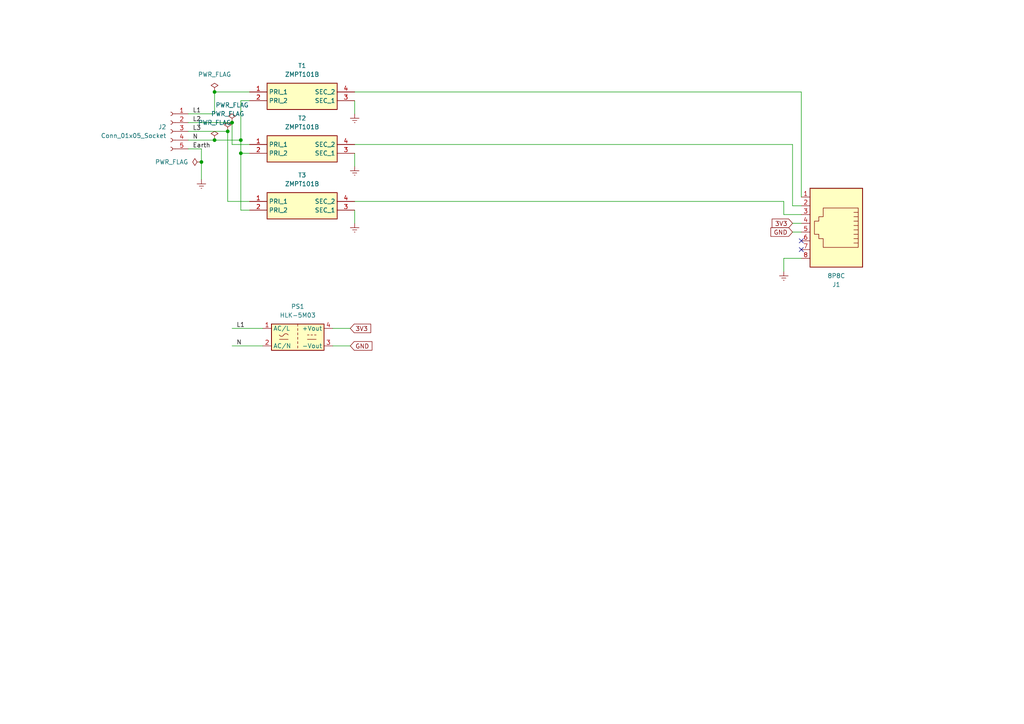
<source format=kicad_sch>
(kicad_sch (version 20230121) (generator eeschema)
  (paper "A4")
  (lib_symbols
    (symbol "Connector:8P8C" (pin_names (offset 1.016))
      (property "Reference" "J" (at -5.08 13.97 0))
      (property "Value" "8P8C" (at 2.54 13.97 0))
      (symbol "8P8C_0_1"
        (polyline (pts (xy -5.08 4.445) (xy -6.35 4.445)))
        (polyline (pts (xy -5.08 5.715) (xy -6.35 5.715)))
        (polyline (pts (xy -6.35 -3.175) (xy -5.08 -3.175) (xy -5.08 -3.175)))
        (polyline (pts (xy -6.35 -1.905) (xy -5.08 -1.905) (xy -5.08 -1.905)))
        (polyline (pts (xy -6.35 -0.635) (xy -5.08 -0.635) (xy -5.08 -0.635)))
        (polyline (pts (xy -6.35 0.635) (xy -5.08 0.635) (xy -5.08 0.635)))
        (polyline (pts (xy -6.35 1.905) (xy -5.08 1.905) (xy -5.08 1.905)))
        (polyline (pts (xy -5.08 3.175) (xy -6.35 3.175) (xy -6.35 3.175)))
        (polyline (pts (xy -6.35 -4.445) (xy -6.35 6.985) (xy 3.81 6.985) (xy 3.81 4.445) (xy 5.08 4.445) (xy 5.08 3.175) (xy 6.35 3.175) (xy 6.35 -0.635) (xy 5.08 -0.635) (xy 5.08 -1.905) (xy 3.81 -1.905) (xy 3.81 -4.445) (xy -6.35 -4.445) (xy -6.35 -4.445)))
        (rectangle (start 7.62 12.7) (end -7.62 -10.16) (stroke (width 0.254)) (fill (type background)))
      )
      (symbol "8P8C_1_1"
        (pin passive line (at 10.16 -7.62 180) (length 2.54) (name "~") (number "1"))
        (pin passive line (at 10.16 -5.08 180) (length 2.54) (name "~") (number "2"))
        (pin passive line (at 10.16 -2.54 180) (length 2.54) (name "~") (number "3"))
        (pin passive line (at 10.16 0 180) (length 2.54) (name "~") (number "4"))
        (pin passive line (at 10.16 2.54 180) (length 2.54) (name "~") (number "5"))
        (pin passive line (at 10.16 5.08 180) (length 2.54) (name "~") (number "6"))
        (pin passive line (at 10.16 7.62 180) (length 2.54) (name "~") (number "7"))
        (pin passive line (at 10.16 10.16 180) (length 2.54) (name "~") (number "8"))
      )
    )
    (symbol "Connector:Conn_01x05_Socket" (pin_names (offset 1.016) hide)
      (property "Reference" "J" (at 0 7.62 0))
      (property "Value" "Conn_01x05_Socket" (at 0 -7.62 0))
      (symbol "Conn_01x05_Socket_1_1"
        (arc (start 0 -4.572) (mid -0.5058 -5.08) (end 0 -5.588) (stroke (width 0.1524)))
        (arc (start 0 -2.032) (mid -0.5058 -2.54) (end 0 -3.048) (stroke (width 0.1524)))
        (polyline (pts (xy -1.27 -5.08) (xy -0.508 -5.08)) (stroke (width 0.1524)))
        (polyline (pts (xy -1.27 -2.54) (xy -0.508 -2.54)) (stroke (width 0.1524)))
        (polyline (pts (xy -1.27 0) (xy -0.508 0)) (stroke (width 0.1524)))
        (polyline (pts (xy -1.27 2.54) (xy -0.508 2.54)) (stroke (width 0.1524)))
        (polyline (pts (xy -1.27 5.08) (xy -0.508 5.08)) (stroke (width 0.1524)))
        (arc (start 0 0.508) (mid -0.5058 0) (end 0 -0.508) (stroke (width 0.1524)))
        (arc (start 0 3.048) (mid -0.5058 2.54) (end 0 2.032) (stroke (width 0.1524)))
        (arc (start 0 5.588) (mid -0.5058 5.08) (end 0 4.572) (stroke (width 0.1524)))
        (pin passive line (at -5.08 5.08 0) (length 3.81) (name "Pin_1") (number "1"))
        (pin passive line (at -5.08 2.54 0) (length 3.81) (name "Pin_2") (number "2"))
        (pin passive line (at -5.08 0 0) (length 3.81) (name "Pin_3") (number "3"))
        (pin passive line (at -5.08 -2.54 0) (length 3.81) (name "Pin_4") (number "4"))
        (pin passive line (at -5.08 -5.08 0) (length 3.81) (name "Pin_5") (number "5"))
      )
    )
    (symbol "Converter_ACDC:HLK-5M03"
      (property "Reference" "PS" (at 0 5.08 0))
      (property "Value" "HLK-5M03" (at 0 -5.08 0))
      (symbol "HLK-5M03_0_1"
        (rectangle (start -7.62 3.81) (end 7.62 -3.81) (stroke (width 0.254)) (fill (type background)))
        (arc (start -5.334 0.635) (mid -4.699 0.2495) (end -4.064 0.635))
        (arc (start -2.794 0.635) (mid -3.429 1.0072) (end -4.064 0.635))
        (polyline (pts (xy -5.334 -0.635) (xy -2.794 -0.635)))
        (polyline (pts (xy 0 -2.54) (xy 0 -3.175)))
        (polyline (pts (xy 0 -1.27) (xy 0 -1.905)))
        (polyline (pts (xy 0 0) (xy 0 -0.635)))
        (polyline (pts (xy 0 1.27) (xy 0 0.635)))
        (polyline (pts (xy 0 2.54) (xy 0 1.905)))
        (polyline (pts (xy 0 3.81) (xy 0 3.175)))
        (polyline (pts (xy 2.794 -0.635) (xy 5.334 -0.635)))
        (polyline (pts (xy 2.794 0.635) (xy 3.302 0.635)))
        (polyline (pts (xy 3.81 0.635) (xy 4.318 0.635)))
        (polyline (pts (xy 4.826 0.635) (xy 5.334 0.635)))
      )
      (symbol "HLK-5M03_1_1"
        (pin power_in line (at -10.16 2.54 0) (length 2.54) (name "AC/L") (number "1"))
        (pin power_in line (at -10.16 -2.54 0) (length 2.54) (name "AC/N") (number "2"))
        (pin power_out line (at 10.16 -2.54 180) (length 2.54) (name "-Vout") (number "3"))
        (pin power_out line (at 10.16 2.54 180) (length 2.54) (name "+Vout") (number "4"))
      )
    )
    (symbol "Enerwize:ZMPT101B"
      (property "Reference" "T" (at 26.67 7.62 0))
      (property "Value" "ZMPT101B" (at 26.67 5.08 0))
      (symbol "ZMPT101B_1_1"
        (rectangle (start 5.08 2.54) (end 25.4 -5.08) (stroke (width 0.254)) (fill (type background)))
        (pin passive line (at 0 0 0) (length 5.08) (name "PRI_1") (number "1"))
        (pin passive line (at 0 -2.54 0) (length 5.08) (name "PRI_2") (number "2"))
        (pin passive line (at 30.48 -2.54 180) (length 5.08) (name "SEC_1") (number "3"))
        (pin passive line (at 30.48 0 180) (length 5.08) (name "SEC_2") (number "4"))
      )
    )
    (symbol "power:Earth" (power) (pin_names (offset 0))
      (symbol "Earth_0_1"
        (polyline (pts (xy -0.635 -1.905) (xy 0.635 -1.905)))
        (polyline (pts (xy -0.127 -2.54) (xy 0.127 -2.54)))
        (polyline (pts (xy 0 -1.27) (xy 0 0)))
        (polyline (pts (xy 1.27 -1.27) (xy -1.27 -1.27)))
      )
      (symbol "Earth_1_1"
        (pin power_in line (at 0 0 270) (length 0) hide (name "Earth") (number "1"))
      )
    )
    (symbol "power:PWR_FLAG" (power) (pin_numbers hide) (pin_names (offset 0) hide)
      (property "Value" "PWR_FLAG" (at 0 3.81 0))
      (symbol "PWR_FLAG_0_0"
        (pin power_out line (at 0 0 90) (length 0) (name "pwr") (number "1"))
      )
      (symbol "PWR_FLAG_0_1"
        (polyline (pts (xy 0 0) (xy 0 1.27) (xy -1.016 1.905) (xy 0 2.54) (xy 1.016 1.905) (xy 0 1.27)))
      )
    )
  )
  (junction (at 66.04 38.1))
  (junction (at 67.31 35.56))
  (junction (at 62.23 40.64))
  (junction (at 69.85 40.64))
  (junction (at 69.85 44.45))
  (junction (at 58.42 46.99))
  (junction (at 62.23 26.67))
  (no_connect (at 232.41 69.85))
  (no_connect (at 232.41 72.39))
  (wire (pts (xy 54.61 33.02) (xy 62.23 33.02)))
  (wire (pts (xy 66.04 58.42) (xy 72.39 58.42)))
  (wire (pts (xy 54.61 35.56) (xy 67.31 35.56)))
  (wire (pts (xy 62.23 40.64) (xy 69.85 40.64)))
  (wire (pts (xy 69.85 44.45) (xy 69.85 60.96)))
  (wire (pts (xy 102.87 26.67) (xy 232.41 26.67)))
  (wire (pts (xy 54.61 40.64) (xy 62.23 40.64)))
  (wire (pts (xy 76.2 95.25) (xy 67.31 95.25)))
  (wire (pts (xy 96.52 100.33) (xy 101.6 100.33)))
  (wire (pts (xy 102.87 60.96) (xy 102.87 64.77)))
  (wire (pts (xy 102.87 58.42) (xy 227.33 58.42)))
  (wire (pts (xy 69.85 40.64) (xy 69.85 44.45)))
  (wire (pts (xy 102.87 44.45) (xy 102.87 48.26)))
  (wire (pts (xy 66.04 38.1) (xy 66.04 58.42)))
  (wire (pts (xy 229.87 41.91) (xy 229.87 59.69)))
  (wire (pts (xy 232.41 26.67) (xy 232.41 57.15)))
  (wire (pts (xy 102.87 29.21) (xy 102.87 33.02)))
  (wire (pts (xy 54.61 43.18) (xy 58.42 43.18)))
  (wire (pts (xy 69.85 44.45) (xy 72.39 44.45)))
  (wire (pts (xy 96.52 95.25) (xy 101.6 95.25)))
  (wire (pts (xy 62.23 26.67) (xy 72.39 26.67)))
  (wire (pts (xy 227.33 78.74) (xy 227.33 74.93)))
  (wire (pts (xy 102.87 41.91) (xy 229.87 41.91)))
  (wire (pts (xy 69.85 29.21) (xy 72.39 29.21)))
  (wire (pts (xy 69.85 60.96) (xy 72.39 60.96)))
  (wire (pts (xy 227.33 62.23) (xy 232.41 62.23)))
  (wire (pts (xy 227.33 74.93) (xy 232.41 74.93)))
  (wire (pts (xy 58.42 46.99) (xy 58.42 52.07)))
  (wire (pts (xy 229.87 59.69) (xy 232.41 59.69)))
  (wire (pts (xy 227.33 58.42) (xy 227.33 62.23)))
  (wire (pts (xy 229.87 64.77) (xy 232.41 64.77)))
  (wire (pts (xy 58.42 43.18) (xy 58.42 46.99)))
  (wire (pts (xy 69.85 40.64) (xy 69.85 29.21)))
  (wire (pts (xy 67.31 35.56) (xy 67.31 41.91)))
  (wire (pts (xy 229.87 67.31) (xy 232.41 67.31)))
  (wire (pts (xy 54.61 38.1) (xy 66.04 38.1)))
  (wire (pts (xy 62.23 33.02) (xy 62.23 26.67)))
  (wire (pts (xy 67.31 100.33) (xy 76.2 100.33)))
  (wire (pts (xy 67.31 41.91) (xy 72.39 41.91)))
  (label "Earth" (at 55.88 43.18 0))
  (label "N" (at 68.58 100.33 0))
  (label "L1" (at 68.58 95.25 0))
  (label "N" (at 55.88 40.64 0))
  (label "L2" (at 55.88 35.56 0))
  (label "L1" (at 55.88 33.02 0))
  (label "L3" (at 55.88 38.1 0))
  (global_label "3V3" (shape input) (at 101.6 95.25 0) (property "Intersheetrefs" "${INTERSHEET_REFS}" (effects hide)))
  (global_label "GND" (shape input) (at 101.6 100.33 0) (property "Intersheetrefs" "${INTERSHEET_REFS}" (effects hide)))
  (global_label "GND" (shape input) (at 229.87 67.31 180) (property "Intersheetrefs" "${INTERSHEET_REFS}" (effects hide)))
  (global_label "3V3" (shape input) (at 229.87 64.77 180) (property "Intersheetrefs" "${INTERSHEET_REFS}" (effects hide)))
  (symbol (lib_id "Enerwize:ZMPT101B") (at 72.39 26.67 0) (unit 1)
    (property "Reference" "T1" (at 87.63 19.05 0))
    (property "Value" "ZMPT101B" (at 87.63 21.59 0))
    (property "Footprint" "Enerwize:ZMPT101B" (effects hide))
    (property "Height" "18.8" (effects hide))
    (property "Manufacturer_Name" "Qingxian Zeming Langxi Electronic" (effects hide))
    (property "Manufacturer_Part_Number" "ZMPT101B" (effects hide))
  )
  (symbol (lib_id "Connector:Conn_01x05_Socket") (at 49.53 38.1 0) (mirror y) (unit 1)
    (property "Reference" "J2" (at 48.26 36.83 0) (effects (justify left)))
    (property "Value" "Conn_01x05_Socket" (at 48.26 39.37 0) (effects (justify left)))
    (property "Footprint" "Connector_Wago:Wago_734-135_1x05_P3.50mm_Vertical" (effects hide))
  )
  (symbol (lib_id "power:Earth") (at 102.87 33.02 0) (unit 1)
    (property "Reference" "#PWR04" (effects hide))
    (property "Value" "Earth" (effects hide))
  )
  (symbol (lib_id "power:Earth") (at 102.87 48.26 0) (unit 1)
    (property "Reference" "#PWR03" (effects hide))
    (property "Value" "Earth" (effects hide))
  )
  (symbol (lib_id "power:PWR_FLAG") (at 58.42 46.99 90) (unit 1)
    (property "Reference" "#FLG05" (effects hide))
    (property "Value" "PWR_FLAG" (at 54.61 46.99 90) (effects (justify left)))
  )
  (symbol (lib_id "power:PWR_FLAG") (at 67.31 35.56 0) (unit 1)
    (property "Reference" "#FLG02" (effects hide))
    (property "Value" "PWR_FLAG" (at 67.31 30.48 0))
  )
  (symbol (lib_id "Enerwize:ZMPT101B") (at 72.39 58.42 0) (unit 1)
    (property "Reference" "T3" (at 87.63 50.8 0))
    (property "Value" "ZMPT101B" (at 87.63 53.34 0))
    (property "Footprint" "Enerwize:ZMPT101B" (effects hide))
    (property "Height" "18.8" (effects hide))
    (property "Manufacturer_Name" "Qingxian Zeming Langxi Electronic" (effects hide))
    (property "Manufacturer_Part_Number" "ZMPT101B" (effects hide))
  )
  (symbol (lib_id "power:Earth") (at 58.42 52.07 0) (unit 1)
    (property "Reference" "#PWR01" (effects hide))
    (property "Value" "Earth" (effects hide))
  )
  (symbol (lib_id "Converter_ACDC:HLK-5M03") (at 86.36 97.79 0) (unit 1)
    (property "Reference" "PS1" (at 86.36 88.9 0))
    (property "Value" "HLK-5M03" (at 86.36 91.44 0))
    (property "Footprint" "Converter_ACDC:Converter_ACDC_HiLink_HLK-5Mxx" (effects hide))
    (property "Datasheet" "http://h.hlktech.com/download/ACDC%E7%94%B5%E6%BA%90%E6%A8%A1%E5%9D%975W%E7%B3%BB%E5%88%97/1/%E6%B5%B7%E5%87%8C%E7%A7%915W%E7%B3%BB%E5%88%97%E7%94%B5%E6%BA%90%E6%A8%A1%E5%9D%97%E8%A7%84%E6%A0%BC%E4%B9%A6V2.8.pdf" (effects hide))
  )
  (symbol (lib_id "Enerwize:ZMPT101B") (at 72.39 41.91 0) (unit 1)
    (property "Reference" "T2" (at 87.63 34.29 0))
    (property "Value" "ZMPT101B" (at 87.63 36.83 0))
    (property "Footprint" "Enerwize:ZMPT101B" (effects hide))
    (property "Height" "18.8" (effects hide))
    (property "Manufacturer_Name" "Qingxian Zeming Langxi Electronic" (effects hide))
    (property "Manufacturer_Part_Number" "ZMPT101B" (effects hide))
  )
  (symbol (lib_id "power:PWR_FLAG") (at 66.04 38.1 0) (unit 1)
    (property "Reference" "#FLG03" (effects hide))
    (property "Value" "PWR_FLAG" (at 66.04 33.02 0))
  )
  (symbol (lib_id "power:Earth") (at 227.33 78.74 0) (unit 1)
    (property "Reference" "#PWR05" (effects hide))
    (property "Value" "Earth" (effects hide))
  )
  (symbol (lib_id "power:PWR_FLAG") (at 62.23 26.67 0) (unit 1)
    (property "Reference" "#FLG01" (effects hide))
    (property "Value" "PWR_FLAG" (at 62.23 21.59 0))
  )
  (symbol (lib_id "power:PWR_FLAG") (at 62.23 40.64 0) (unit 1)
    (property "Reference" "#FLG04" (effects hide))
    (property "Value" "PWR_FLAG" (at 62.23 35.56 0))
  )
  (symbol (lib_id "Connector:8P8C") (at 242.57 64.77 180) (unit 1)
    (property "Reference" "J1" (at 242.57 82.55 0))
    (property "Value" "8P8C" (at 242.57 80.01 0))
  )
  (symbol (lib_id "power:Earth") (at 102.87 64.77 0) (unit 1)
    (property "Reference" "#PWR02" (effects hide))
    (property "Value" "Earth" (effects hide))
  )
)
</source>
